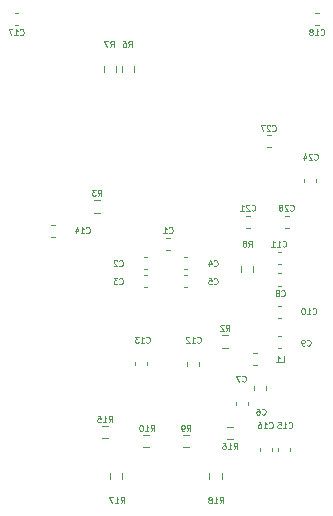
<source format=gbr>
%TF.GenerationSoftware,KiCad,Pcbnew,(5.1.9)-1*%
%TF.CreationDate,2021-03-06T18:52:22-05:00*%
%TF.ProjectId,final_design_v2,66696e61-6c5f-4646-9573-69676e5f7632,rev?*%
%TF.SameCoordinates,Original*%
%TF.FileFunction,Legend,Bot*%
%TF.FilePolarity,Positive*%
%FSLAX46Y46*%
G04 Gerber Fmt 4.6, Leading zero omitted, Abs format (unit mm)*
G04 Created by KiCad (PCBNEW (5.1.9)-1) date 2021-03-06 18:52:22*
%MOMM*%
%LPD*%
G01*
G04 APERTURE LIST*
%ADD10C,0.120000*%
%ADD11C,0.100000*%
G04 APERTURE END LIST*
D10*
%TO.C,C1*%
X149345433Y-102364000D02*
X149637967Y-102364000D01*
X149345433Y-101344000D02*
X149637967Y-101344000D01*
%TO.C,C2*%
X147415033Y-102918800D02*
X147707567Y-102918800D01*
X147415033Y-103938800D02*
X147707567Y-103938800D01*
%TO.C,C3*%
X147415033Y-105488200D02*
X147707567Y-105488200D01*
X147415033Y-104468200D02*
X147707567Y-104468200D01*
%TO.C,C4*%
X151111167Y-103938800D02*
X150818633Y-103938800D01*
X151111167Y-102918800D02*
X150818633Y-102918800D01*
%TO.C,C5*%
X151111167Y-104468200D02*
X150818633Y-104468200D01*
X151111167Y-105488200D02*
X150818633Y-105488200D01*
%TO.C,C6*%
X157824900Y-113899733D02*
X157824900Y-114192267D01*
X156804900Y-113899733D02*
X156804900Y-114192267D01*
%TO.C,C7*%
X156300900Y-115195133D02*
X156300900Y-115487667D01*
X155280900Y-115195133D02*
X155280900Y-115487667D01*
%TO.C,C8*%
X159058380Y-105374208D02*
X158765846Y-105374208D01*
X159058380Y-104354208D02*
X158765846Y-104354208D01*
%TO.C,C9*%
X159061367Y-109624400D02*
X158768833Y-109624400D01*
X159061367Y-110644400D02*
X158768833Y-110644400D01*
%TO.C,C10*%
X159061367Y-107084400D02*
X158768833Y-107084400D01*
X159061367Y-108104400D02*
X158768833Y-108104400D01*
%TO.C,C11*%
X159058380Y-103545408D02*
X158765846Y-103545408D01*
X159058380Y-102525408D02*
X158765846Y-102525408D01*
%TO.C,C12*%
X151064500Y-112160267D02*
X151064500Y-111867733D01*
X152084500Y-112160267D02*
X152084500Y-111867733D01*
%TO.C,C13*%
X147741100Y-112134867D02*
X147741100Y-111842333D01*
X146721100Y-112134867D02*
X146721100Y-111842333D01*
%TO.C,C14*%
X139884367Y-100226400D02*
X139591833Y-100226400D01*
X139884367Y-101246400D02*
X139591833Y-101246400D01*
%TO.C,C15*%
X158786100Y-119132133D02*
X158786100Y-119424667D01*
X159806100Y-119132133D02*
X159806100Y-119424667D01*
%TO.C,C16*%
X158282100Y-119132133D02*
X158282100Y-119424667D01*
X157262100Y-119132133D02*
X157262100Y-119424667D01*
%TO.C,C17*%
X136785567Y-83339400D02*
X136493033Y-83339400D01*
X136785567Y-82319400D02*
X136493033Y-82319400D01*
%TO.C,C18*%
X161943833Y-82319400D02*
X162236367Y-82319400D01*
X161943833Y-83339400D02*
X162236367Y-83339400D01*
%TO.C,C21*%
X156394367Y-100484400D02*
X156101833Y-100484400D01*
X156394367Y-99464400D02*
X156101833Y-99464400D01*
%TO.C,C24*%
X160970500Y-96348333D02*
X160970500Y-96640867D01*
X161990500Y-96348333D02*
X161990500Y-96640867D01*
%TO.C,C27*%
X157880933Y-92631800D02*
X158173467Y-92631800D01*
X157880933Y-93651800D02*
X158173467Y-93651800D01*
%TO.C,C28*%
X159403833Y-100484400D02*
X159696367Y-100484400D01*
X159403833Y-99464400D02*
X159696367Y-99464400D01*
%TO.C,L1*%
X156990867Y-111110300D02*
X156648333Y-111110300D01*
X156990867Y-112130300D02*
X156648333Y-112130300D01*
%TO.C,R2*%
X154037576Y-110631500D02*
X154547024Y-110631500D01*
X154037576Y-109586500D02*
X154547024Y-109586500D01*
%TO.C,R3*%
X143701224Y-99201500D02*
X143191776Y-99201500D01*
X143701224Y-98156500D02*
X143191776Y-98156500D01*
%TO.C,R6*%
X146610600Y-86765676D02*
X146610600Y-87275124D01*
X145565600Y-86765676D02*
X145565600Y-87275124D01*
%TO.C,R7*%
X144041600Y-86765676D02*
X144041600Y-87275124D01*
X145086600Y-86765676D02*
X145086600Y-87275124D01*
%TO.C,R8*%
X155671813Y-103695084D02*
X155671813Y-104204532D01*
X156716813Y-103695084D02*
X156716813Y-104204532D01*
%TO.C,R9*%
X150786376Y-119064300D02*
X151295824Y-119064300D01*
X150786376Y-118019300D02*
X151295824Y-118019300D01*
%TO.C,R10*%
X147408176Y-118019300D02*
X147917624Y-118019300D01*
X147408176Y-119064300D02*
X147917624Y-119064300D01*
%TO.C,R15*%
X144387024Y-117257300D02*
X143877576Y-117257300D01*
X144387024Y-118302300D02*
X143877576Y-118302300D01*
%TO.C,R16*%
X154469376Y-118378500D02*
X154978824Y-118378500D01*
X154469376Y-117333500D02*
X154978824Y-117333500D01*
%TO.C,R17*%
X144575000Y-121742924D02*
X144575000Y-121233476D01*
X145620000Y-121742924D02*
X145620000Y-121233476D01*
%TO.C,R18*%
X154027400Y-121717524D02*
X154027400Y-121208076D01*
X152982400Y-121717524D02*
X152982400Y-121208076D01*
%TO.C,C1*%
D11*
X149575033Y-100889571D02*
X149598842Y-100913380D01*
X149670271Y-100937190D01*
X149717890Y-100937190D01*
X149789319Y-100913380D01*
X149836938Y-100865761D01*
X149860747Y-100818142D01*
X149884557Y-100722904D01*
X149884557Y-100651476D01*
X149860747Y-100556238D01*
X149836938Y-100508619D01*
X149789319Y-100461000D01*
X149717890Y-100437190D01*
X149670271Y-100437190D01*
X149598842Y-100461000D01*
X149575033Y-100484809D01*
X149098842Y-100937190D02*
X149384557Y-100937190D01*
X149241700Y-100937190D02*
X149241700Y-100437190D01*
X149289319Y-100508619D01*
X149336938Y-100556238D01*
X149384557Y-100580047D01*
%TO.C,C2*%
X145371333Y-103683571D02*
X145395142Y-103707380D01*
X145466571Y-103731190D01*
X145514190Y-103731190D01*
X145585619Y-103707380D01*
X145633238Y-103659761D01*
X145657047Y-103612142D01*
X145680857Y-103516904D01*
X145680857Y-103445476D01*
X145657047Y-103350238D01*
X145633238Y-103302619D01*
X145585619Y-103255000D01*
X145514190Y-103231190D01*
X145466571Y-103231190D01*
X145395142Y-103255000D01*
X145371333Y-103278809D01*
X145180857Y-103278809D02*
X145157047Y-103255000D01*
X145109428Y-103231190D01*
X144990380Y-103231190D01*
X144942761Y-103255000D01*
X144918952Y-103278809D01*
X144895142Y-103326428D01*
X144895142Y-103374047D01*
X144918952Y-103445476D01*
X145204666Y-103731190D01*
X144895142Y-103731190D01*
%TO.C,C3*%
X145371333Y-105207571D02*
X145395142Y-105231380D01*
X145466571Y-105255190D01*
X145514190Y-105255190D01*
X145585619Y-105231380D01*
X145633238Y-105183761D01*
X145657047Y-105136142D01*
X145680857Y-105040904D01*
X145680857Y-104969476D01*
X145657047Y-104874238D01*
X145633238Y-104826619D01*
X145585619Y-104779000D01*
X145514190Y-104755190D01*
X145466571Y-104755190D01*
X145395142Y-104779000D01*
X145371333Y-104802809D01*
X145204666Y-104755190D02*
X144895142Y-104755190D01*
X145061809Y-104945666D01*
X144990380Y-104945666D01*
X144942761Y-104969476D01*
X144918952Y-104993285D01*
X144895142Y-105040904D01*
X144895142Y-105159952D01*
X144918952Y-105207571D01*
X144942761Y-105231380D01*
X144990380Y-105255190D01*
X145133238Y-105255190D01*
X145180857Y-105231380D01*
X145204666Y-105207571D01*
%TO.C,C4*%
X153372333Y-103683571D02*
X153396142Y-103707380D01*
X153467571Y-103731190D01*
X153515190Y-103731190D01*
X153586619Y-103707380D01*
X153634238Y-103659761D01*
X153658047Y-103612142D01*
X153681857Y-103516904D01*
X153681857Y-103445476D01*
X153658047Y-103350238D01*
X153634238Y-103302619D01*
X153586619Y-103255000D01*
X153515190Y-103231190D01*
X153467571Y-103231190D01*
X153396142Y-103255000D01*
X153372333Y-103278809D01*
X152943761Y-103397857D02*
X152943761Y-103731190D01*
X153062809Y-103207380D02*
X153181857Y-103564523D01*
X152872333Y-103564523D01*
%TO.C,C5*%
X153372333Y-105207571D02*
X153396142Y-105231380D01*
X153467571Y-105255190D01*
X153515190Y-105255190D01*
X153586619Y-105231380D01*
X153634238Y-105183761D01*
X153658047Y-105136142D01*
X153681857Y-105040904D01*
X153681857Y-104969476D01*
X153658047Y-104874238D01*
X153634238Y-104826619D01*
X153586619Y-104779000D01*
X153515190Y-104755190D01*
X153467571Y-104755190D01*
X153396142Y-104779000D01*
X153372333Y-104802809D01*
X152919952Y-104755190D02*
X153158047Y-104755190D01*
X153181857Y-104993285D01*
X153158047Y-104969476D01*
X153110428Y-104945666D01*
X152991380Y-104945666D01*
X152943761Y-104969476D01*
X152919952Y-104993285D01*
X152896142Y-105040904D01*
X152896142Y-105159952D01*
X152919952Y-105207571D01*
X152943761Y-105231380D01*
X152991380Y-105255190D01*
X153110428Y-105255190D01*
X153158047Y-105231380D01*
X153181857Y-105207571D01*
%TO.C,C6*%
X157436333Y-116256571D02*
X157460142Y-116280380D01*
X157531571Y-116304190D01*
X157579190Y-116304190D01*
X157650619Y-116280380D01*
X157698238Y-116232761D01*
X157722047Y-116185142D01*
X157745857Y-116089904D01*
X157745857Y-116018476D01*
X157722047Y-115923238D01*
X157698238Y-115875619D01*
X157650619Y-115828000D01*
X157579190Y-115804190D01*
X157531571Y-115804190D01*
X157460142Y-115828000D01*
X157436333Y-115851809D01*
X157007761Y-115804190D02*
X157103000Y-115804190D01*
X157150619Y-115828000D01*
X157174428Y-115851809D01*
X157222047Y-115923238D01*
X157245857Y-116018476D01*
X157245857Y-116208952D01*
X157222047Y-116256571D01*
X157198238Y-116280380D01*
X157150619Y-116304190D01*
X157055380Y-116304190D01*
X157007761Y-116280380D01*
X156983952Y-116256571D01*
X156960142Y-116208952D01*
X156960142Y-116089904D01*
X156983952Y-116042285D01*
X157007761Y-116018476D01*
X157055380Y-115994666D01*
X157150619Y-115994666D01*
X157198238Y-116018476D01*
X157222047Y-116042285D01*
X157245857Y-116089904D01*
%TO.C,C7*%
X155785333Y-113462571D02*
X155809142Y-113486380D01*
X155880571Y-113510190D01*
X155928190Y-113510190D01*
X155999619Y-113486380D01*
X156047238Y-113438761D01*
X156071047Y-113391142D01*
X156094857Y-113295904D01*
X156094857Y-113224476D01*
X156071047Y-113129238D01*
X156047238Y-113081619D01*
X155999619Y-113034000D01*
X155928190Y-113010190D01*
X155880571Y-113010190D01*
X155809142Y-113034000D01*
X155785333Y-113057809D01*
X155618666Y-113010190D02*
X155285333Y-113010190D01*
X155499619Y-113510190D01*
%TO.C,C8*%
X159087333Y-106223571D02*
X159111142Y-106247380D01*
X159182571Y-106271190D01*
X159230190Y-106271190D01*
X159301619Y-106247380D01*
X159349238Y-106199761D01*
X159373047Y-106152142D01*
X159396857Y-106056904D01*
X159396857Y-105985476D01*
X159373047Y-105890238D01*
X159349238Y-105842619D01*
X159301619Y-105795000D01*
X159230190Y-105771190D01*
X159182571Y-105771190D01*
X159111142Y-105795000D01*
X159087333Y-105818809D01*
X158801619Y-105985476D02*
X158849238Y-105961666D01*
X158873047Y-105937857D01*
X158896857Y-105890238D01*
X158896857Y-105866428D01*
X158873047Y-105818809D01*
X158849238Y-105795000D01*
X158801619Y-105771190D01*
X158706380Y-105771190D01*
X158658761Y-105795000D01*
X158634952Y-105818809D01*
X158611142Y-105866428D01*
X158611142Y-105890238D01*
X158634952Y-105937857D01*
X158658761Y-105961666D01*
X158706380Y-105985476D01*
X158801619Y-105985476D01*
X158849238Y-106009285D01*
X158873047Y-106033095D01*
X158896857Y-106080714D01*
X158896857Y-106175952D01*
X158873047Y-106223571D01*
X158849238Y-106247380D01*
X158801619Y-106271190D01*
X158706380Y-106271190D01*
X158658761Y-106247380D01*
X158634952Y-106223571D01*
X158611142Y-106175952D01*
X158611142Y-106080714D01*
X158634952Y-106033095D01*
X158658761Y-106009285D01*
X158706380Y-105985476D01*
%TO.C,C9*%
X161246333Y-110414571D02*
X161270142Y-110438380D01*
X161341571Y-110462190D01*
X161389190Y-110462190D01*
X161460619Y-110438380D01*
X161508238Y-110390761D01*
X161532047Y-110343142D01*
X161555857Y-110247904D01*
X161555857Y-110176476D01*
X161532047Y-110081238D01*
X161508238Y-110033619D01*
X161460619Y-109986000D01*
X161389190Y-109962190D01*
X161341571Y-109962190D01*
X161270142Y-109986000D01*
X161246333Y-110009809D01*
X161008238Y-110462190D02*
X160913000Y-110462190D01*
X160865380Y-110438380D01*
X160841571Y-110414571D01*
X160793952Y-110343142D01*
X160770142Y-110247904D01*
X160770142Y-110057428D01*
X160793952Y-110009809D01*
X160817761Y-109986000D01*
X160865380Y-109962190D01*
X160960619Y-109962190D01*
X161008238Y-109986000D01*
X161032047Y-110009809D01*
X161055857Y-110057428D01*
X161055857Y-110176476D01*
X161032047Y-110224095D01*
X161008238Y-110247904D01*
X160960619Y-110271714D01*
X160865380Y-110271714D01*
X160817761Y-110247904D01*
X160793952Y-110224095D01*
X160770142Y-110176476D01*
%TO.C,C10*%
X161738428Y-107747571D02*
X161762238Y-107771380D01*
X161833666Y-107795190D01*
X161881285Y-107795190D01*
X161952714Y-107771380D01*
X162000333Y-107723761D01*
X162024142Y-107676142D01*
X162047952Y-107580904D01*
X162047952Y-107509476D01*
X162024142Y-107414238D01*
X162000333Y-107366619D01*
X161952714Y-107319000D01*
X161881285Y-107295190D01*
X161833666Y-107295190D01*
X161762238Y-107319000D01*
X161738428Y-107342809D01*
X161262238Y-107795190D02*
X161547952Y-107795190D01*
X161405095Y-107795190D02*
X161405095Y-107295190D01*
X161452714Y-107366619D01*
X161500333Y-107414238D01*
X161547952Y-107438047D01*
X160952714Y-107295190D02*
X160905095Y-107295190D01*
X160857476Y-107319000D01*
X160833666Y-107342809D01*
X160809857Y-107390428D01*
X160786047Y-107485666D01*
X160786047Y-107604714D01*
X160809857Y-107699952D01*
X160833666Y-107747571D01*
X160857476Y-107771380D01*
X160905095Y-107795190D01*
X160952714Y-107795190D01*
X161000333Y-107771380D01*
X161024142Y-107747571D01*
X161047952Y-107699952D01*
X161071761Y-107604714D01*
X161071761Y-107485666D01*
X161047952Y-107390428D01*
X161024142Y-107342809D01*
X161000333Y-107319000D01*
X160952714Y-107295190D01*
%TO.C,C11*%
X159198428Y-102032571D02*
X159222238Y-102056380D01*
X159293666Y-102080190D01*
X159341285Y-102080190D01*
X159412714Y-102056380D01*
X159460333Y-102008761D01*
X159484142Y-101961142D01*
X159507952Y-101865904D01*
X159507952Y-101794476D01*
X159484142Y-101699238D01*
X159460333Y-101651619D01*
X159412714Y-101604000D01*
X159341285Y-101580190D01*
X159293666Y-101580190D01*
X159222238Y-101604000D01*
X159198428Y-101627809D01*
X158722238Y-102080190D02*
X159007952Y-102080190D01*
X158865095Y-102080190D02*
X158865095Y-101580190D01*
X158912714Y-101651619D01*
X158960333Y-101699238D01*
X159007952Y-101723047D01*
X158246047Y-102080190D02*
X158531761Y-102080190D01*
X158388904Y-102080190D02*
X158388904Y-101580190D01*
X158436523Y-101651619D01*
X158484142Y-101699238D01*
X158531761Y-101723047D01*
%TO.C,C12*%
X151959428Y-110160571D02*
X151983238Y-110184380D01*
X152054666Y-110208190D01*
X152102285Y-110208190D01*
X152173714Y-110184380D01*
X152221333Y-110136761D01*
X152245142Y-110089142D01*
X152268952Y-109993904D01*
X152268952Y-109922476D01*
X152245142Y-109827238D01*
X152221333Y-109779619D01*
X152173714Y-109732000D01*
X152102285Y-109708190D01*
X152054666Y-109708190D01*
X151983238Y-109732000D01*
X151959428Y-109755809D01*
X151483238Y-110208190D02*
X151768952Y-110208190D01*
X151626095Y-110208190D02*
X151626095Y-109708190D01*
X151673714Y-109779619D01*
X151721333Y-109827238D01*
X151768952Y-109851047D01*
X151292761Y-109755809D02*
X151268952Y-109732000D01*
X151221333Y-109708190D01*
X151102285Y-109708190D01*
X151054666Y-109732000D01*
X151030857Y-109755809D01*
X151007047Y-109803428D01*
X151007047Y-109851047D01*
X151030857Y-109922476D01*
X151316571Y-110208190D01*
X151007047Y-110208190D01*
%TO.C,C13*%
X147641428Y-110160571D02*
X147665238Y-110184380D01*
X147736666Y-110208190D01*
X147784285Y-110208190D01*
X147855714Y-110184380D01*
X147903333Y-110136761D01*
X147927142Y-110089142D01*
X147950952Y-109993904D01*
X147950952Y-109922476D01*
X147927142Y-109827238D01*
X147903333Y-109779619D01*
X147855714Y-109732000D01*
X147784285Y-109708190D01*
X147736666Y-109708190D01*
X147665238Y-109732000D01*
X147641428Y-109755809D01*
X147165238Y-110208190D02*
X147450952Y-110208190D01*
X147308095Y-110208190D02*
X147308095Y-109708190D01*
X147355714Y-109779619D01*
X147403333Y-109827238D01*
X147450952Y-109851047D01*
X146998571Y-109708190D02*
X146689047Y-109708190D01*
X146855714Y-109898666D01*
X146784285Y-109898666D01*
X146736666Y-109922476D01*
X146712857Y-109946285D01*
X146689047Y-109993904D01*
X146689047Y-110112952D01*
X146712857Y-110160571D01*
X146736666Y-110184380D01*
X146784285Y-110208190D01*
X146927142Y-110208190D01*
X146974761Y-110184380D01*
X146998571Y-110160571D01*
%TO.C,C14*%
X142561428Y-100889571D02*
X142585238Y-100913380D01*
X142656666Y-100937190D01*
X142704285Y-100937190D01*
X142775714Y-100913380D01*
X142823333Y-100865761D01*
X142847142Y-100818142D01*
X142870952Y-100722904D01*
X142870952Y-100651476D01*
X142847142Y-100556238D01*
X142823333Y-100508619D01*
X142775714Y-100461000D01*
X142704285Y-100437190D01*
X142656666Y-100437190D01*
X142585238Y-100461000D01*
X142561428Y-100484809D01*
X142085238Y-100937190D02*
X142370952Y-100937190D01*
X142228095Y-100937190D02*
X142228095Y-100437190D01*
X142275714Y-100508619D01*
X142323333Y-100556238D01*
X142370952Y-100580047D01*
X141656666Y-100603857D02*
X141656666Y-100937190D01*
X141775714Y-100413380D02*
X141894761Y-100770523D01*
X141585238Y-100770523D01*
%TO.C,C15*%
X159706428Y-117399571D02*
X159730238Y-117423380D01*
X159801666Y-117447190D01*
X159849285Y-117447190D01*
X159920714Y-117423380D01*
X159968333Y-117375761D01*
X159992142Y-117328142D01*
X160015952Y-117232904D01*
X160015952Y-117161476D01*
X159992142Y-117066238D01*
X159968333Y-117018619D01*
X159920714Y-116971000D01*
X159849285Y-116947190D01*
X159801666Y-116947190D01*
X159730238Y-116971000D01*
X159706428Y-116994809D01*
X159230238Y-117447190D02*
X159515952Y-117447190D01*
X159373095Y-117447190D02*
X159373095Y-116947190D01*
X159420714Y-117018619D01*
X159468333Y-117066238D01*
X159515952Y-117090047D01*
X158777857Y-116947190D02*
X159015952Y-116947190D01*
X159039761Y-117185285D01*
X159015952Y-117161476D01*
X158968333Y-117137666D01*
X158849285Y-117137666D01*
X158801666Y-117161476D01*
X158777857Y-117185285D01*
X158754047Y-117232904D01*
X158754047Y-117351952D01*
X158777857Y-117399571D01*
X158801666Y-117423380D01*
X158849285Y-117447190D01*
X158968333Y-117447190D01*
X159015952Y-117423380D01*
X159039761Y-117399571D01*
%TO.C,C16*%
X158055428Y-117399571D02*
X158079238Y-117423380D01*
X158150666Y-117447190D01*
X158198285Y-117447190D01*
X158269714Y-117423380D01*
X158317333Y-117375761D01*
X158341142Y-117328142D01*
X158364952Y-117232904D01*
X158364952Y-117161476D01*
X158341142Y-117066238D01*
X158317333Y-117018619D01*
X158269714Y-116971000D01*
X158198285Y-116947190D01*
X158150666Y-116947190D01*
X158079238Y-116971000D01*
X158055428Y-116994809D01*
X157579238Y-117447190D02*
X157864952Y-117447190D01*
X157722095Y-117447190D02*
X157722095Y-116947190D01*
X157769714Y-117018619D01*
X157817333Y-117066238D01*
X157864952Y-117090047D01*
X157150666Y-116947190D02*
X157245904Y-116947190D01*
X157293523Y-116971000D01*
X157317333Y-116994809D01*
X157364952Y-117066238D01*
X157388761Y-117161476D01*
X157388761Y-117351952D01*
X157364952Y-117399571D01*
X157341142Y-117423380D01*
X157293523Y-117447190D01*
X157198285Y-117447190D01*
X157150666Y-117423380D01*
X157126857Y-117399571D01*
X157103047Y-117351952D01*
X157103047Y-117232904D01*
X157126857Y-117185285D01*
X157150666Y-117161476D01*
X157198285Y-117137666D01*
X157293523Y-117137666D01*
X157341142Y-117161476D01*
X157364952Y-117185285D01*
X157388761Y-117232904D01*
%TO.C,C17*%
X136960728Y-84125571D02*
X136984538Y-84149380D01*
X137055966Y-84173190D01*
X137103585Y-84173190D01*
X137175014Y-84149380D01*
X137222633Y-84101761D01*
X137246442Y-84054142D01*
X137270252Y-83958904D01*
X137270252Y-83887476D01*
X137246442Y-83792238D01*
X137222633Y-83744619D01*
X137175014Y-83697000D01*
X137103585Y-83673190D01*
X137055966Y-83673190D01*
X136984538Y-83697000D01*
X136960728Y-83720809D01*
X136484538Y-84173190D02*
X136770252Y-84173190D01*
X136627395Y-84173190D02*
X136627395Y-83673190D01*
X136675014Y-83744619D01*
X136722633Y-83792238D01*
X136770252Y-83816047D01*
X136317871Y-83673190D02*
X135984538Y-83673190D01*
X136198823Y-84173190D01*
%TO.C,C18*%
X162411528Y-84125571D02*
X162435338Y-84149380D01*
X162506766Y-84173190D01*
X162554385Y-84173190D01*
X162625814Y-84149380D01*
X162673433Y-84101761D01*
X162697242Y-84054142D01*
X162721052Y-83958904D01*
X162721052Y-83887476D01*
X162697242Y-83792238D01*
X162673433Y-83744619D01*
X162625814Y-83697000D01*
X162554385Y-83673190D01*
X162506766Y-83673190D01*
X162435338Y-83697000D01*
X162411528Y-83720809D01*
X161935338Y-84173190D02*
X162221052Y-84173190D01*
X162078195Y-84173190D02*
X162078195Y-83673190D01*
X162125814Y-83744619D01*
X162173433Y-83792238D01*
X162221052Y-83816047D01*
X161649623Y-83887476D02*
X161697242Y-83863666D01*
X161721052Y-83839857D01*
X161744861Y-83792238D01*
X161744861Y-83768428D01*
X161721052Y-83720809D01*
X161697242Y-83697000D01*
X161649623Y-83673190D01*
X161554385Y-83673190D01*
X161506766Y-83697000D01*
X161482957Y-83720809D01*
X161459147Y-83768428D01*
X161459147Y-83792238D01*
X161482957Y-83839857D01*
X161506766Y-83863666D01*
X161554385Y-83887476D01*
X161649623Y-83887476D01*
X161697242Y-83911285D01*
X161721052Y-83935095D01*
X161744861Y-83982714D01*
X161744861Y-84077952D01*
X161721052Y-84125571D01*
X161697242Y-84149380D01*
X161649623Y-84173190D01*
X161554385Y-84173190D01*
X161506766Y-84149380D01*
X161482957Y-84125571D01*
X161459147Y-84077952D01*
X161459147Y-83982714D01*
X161482957Y-83935095D01*
X161506766Y-83911285D01*
X161554385Y-83887476D01*
%TO.C,C21*%
X156569528Y-98984571D02*
X156593338Y-99008380D01*
X156664766Y-99032190D01*
X156712385Y-99032190D01*
X156783814Y-99008380D01*
X156831433Y-98960761D01*
X156855242Y-98913142D01*
X156879052Y-98817904D01*
X156879052Y-98746476D01*
X156855242Y-98651238D01*
X156831433Y-98603619D01*
X156783814Y-98556000D01*
X156712385Y-98532190D01*
X156664766Y-98532190D01*
X156593338Y-98556000D01*
X156569528Y-98579809D01*
X156379052Y-98579809D02*
X156355242Y-98556000D01*
X156307623Y-98532190D01*
X156188576Y-98532190D01*
X156140957Y-98556000D01*
X156117147Y-98579809D01*
X156093338Y-98627428D01*
X156093338Y-98675047D01*
X156117147Y-98746476D01*
X156402861Y-99032190D01*
X156093338Y-99032190D01*
X155617147Y-99032190D02*
X155902861Y-99032190D01*
X155760004Y-99032190D02*
X155760004Y-98532190D01*
X155807623Y-98603619D01*
X155855242Y-98651238D01*
X155902861Y-98675047D01*
%TO.C,C24*%
X161865428Y-94666571D02*
X161889238Y-94690380D01*
X161960666Y-94714190D01*
X162008285Y-94714190D01*
X162079714Y-94690380D01*
X162127333Y-94642761D01*
X162151142Y-94595142D01*
X162174952Y-94499904D01*
X162174952Y-94428476D01*
X162151142Y-94333238D01*
X162127333Y-94285619D01*
X162079714Y-94238000D01*
X162008285Y-94214190D01*
X161960666Y-94214190D01*
X161889238Y-94238000D01*
X161865428Y-94261809D01*
X161674952Y-94261809D02*
X161651142Y-94238000D01*
X161603523Y-94214190D01*
X161484476Y-94214190D01*
X161436857Y-94238000D01*
X161413047Y-94261809D01*
X161389238Y-94309428D01*
X161389238Y-94357047D01*
X161413047Y-94428476D01*
X161698761Y-94714190D01*
X161389238Y-94714190D01*
X160960666Y-94380857D02*
X160960666Y-94714190D01*
X161079714Y-94190380D02*
X161198761Y-94547523D01*
X160889238Y-94547523D01*
%TO.C,C27*%
X158309428Y-92253571D02*
X158333238Y-92277380D01*
X158404666Y-92301190D01*
X158452285Y-92301190D01*
X158523714Y-92277380D01*
X158571333Y-92229761D01*
X158595142Y-92182142D01*
X158618952Y-92086904D01*
X158618952Y-92015476D01*
X158595142Y-91920238D01*
X158571333Y-91872619D01*
X158523714Y-91825000D01*
X158452285Y-91801190D01*
X158404666Y-91801190D01*
X158333238Y-91825000D01*
X158309428Y-91848809D01*
X158118952Y-91848809D02*
X158095142Y-91825000D01*
X158047523Y-91801190D01*
X157928476Y-91801190D01*
X157880857Y-91825000D01*
X157857047Y-91848809D01*
X157833238Y-91896428D01*
X157833238Y-91944047D01*
X157857047Y-92015476D01*
X158142761Y-92301190D01*
X157833238Y-92301190D01*
X157666571Y-91801190D02*
X157333238Y-91801190D01*
X157547523Y-92301190D01*
%TO.C,C28*%
X159833428Y-98984571D02*
X159857238Y-99008380D01*
X159928666Y-99032190D01*
X159976285Y-99032190D01*
X160047714Y-99008380D01*
X160095333Y-98960761D01*
X160119142Y-98913142D01*
X160142952Y-98817904D01*
X160142952Y-98746476D01*
X160119142Y-98651238D01*
X160095333Y-98603619D01*
X160047714Y-98556000D01*
X159976285Y-98532190D01*
X159928666Y-98532190D01*
X159857238Y-98556000D01*
X159833428Y-98579809D01*
X159642952Y-98579809D02*
X159619142Y-98556000D01*
X159571523Y-98532190D01*
X159452476Y-98532190D01*
X159404857Y-98556000D01*
X159381047Y-98579809D01*
X159357238Y-98627428D01*
X159357238Y-98675047D01*
X159381047Y-98746476D01*
X159666761Y-99032190D01*
X159357238Y-99032190D01*
X159071523Y-98746476D02*
X159119142Y-98722666D01*
X159142952Y-98698857D01*
X159166761Y-98651238D01*
X159166761Y-98627428D01*
X159142952Y-98579809D01*
X159119142Y-98556000D01*
X159071523Y-98532190D01*
X158976285Y-98532190D01*
X158928666Y-98556000D01*
X158904857Y-98579809D01*
X158881047Y-98627428D01*
X158881047Y-98651238D01*
X158904857Y-98698857D01*
X158928666Y-98722666D01*
X158976285Y-98746476D01*
X159071523Y-98746476D01*
X159119142Y-98770285D01*
X159142952Y-98794095D01*
X159166761Y-98841714D01*
X159166761Y-98936952D01*
X159142952Y-98984571D01*
X159119142Y-99008380D01*
X159071523Y-99032190D01*
X158976285Y-99032190D01*
X158928666Y-99008380D01*
X158904857Y-98984571D01*
X158881047Y-98936952D01*
X158881047Y-98841714D01*
X158904857Y-98794095D01*
X158928666Y-98770285D01*
X158976285Y-98746476D01*
%TO.C,L1*%
X159087333Y-111859190D02*
X159325428Y-111859190D01*
X159325428Y-111359190D01*
X158658761Y-111859190D02*
X158944476Y-111859190D01*
X158801619Y-111859190D02*
X158801619Y-111359190D01*
X158849238Y-111430619D01*
X158896857Y-111478238D01*
X158944476Y-111502047D01*
%TO.C,R2*%
X154388333Y-109192190D02*
X154555000Y-108954095D01*
X154674047Y-109192190D02*
X154674047Y-108692190D01*
X154483571Y-108692190D01*
X154435952Y-108716000D01*
X154412142Y-108739809D01*
X154388333Y-108787428D01*
X154388333Y-108858857D01*
X154412142Y-108906476D01*
X154435952Y-108930285D01*
X154483571Y-108954095D01*
X154674047Y-108954095D01*
X154197857Y-108739809D02*
X154174047Y-108716000D01*
X154126428Y-108692190D01*
X154007380Y-108692190D01*
X153959761Y-108716000D01*
X153935952Y-108739809D01*
X153912142Y-108787428D01*
X153912142Y-108835047D01*
X153935952Y-108906476D01*
X154221666Y-109192190D01*
X153912142Y-109192190D01*
%TO.C,R3*%
X143529833Y-97762190D02*
X143696500Y-97524095D01*
X143815547Y-97762190D02*
X143815547Y-97262190D01*
X143625071Y-97262190D01*
X143577452Y-97286000D01*
X143553642Y-97309809D01*
X143529833Y-97357428D01*
X143529833Y-97428857D01*
X143553642Y-97476476D01*
X143577452Y-97500285D01*
X143625071Y-97524095D01*
X143815547Y-97524095D01*
X143363166Y-97262190D02*
X143053642Y-97262190D01*
X143220309Y-97452666D01*
X143148880Y-97452666D01*
X143101261Y-97476476D01*
X143077452Y-97500285D01*
X143053642Y-97547904D01*
X143053642Y-97666952D01*
X143077452Y-97714571D01*
X143101261Y-97738380D01*
X143148880Y-97762190D01*
X143291738Y-97762190D01*
X143339357Y-97738380D01*
X143363166Y-97714571D01*
%TO.C,R6*%
X146133333Y-85189190D02*
X146300000Y-84951095D01*
X146419047Y-85189190D02*
X146419047Y-84689190D01*
X146228571Y-84689190D01*
X146180952Y-84713000D01*
X146157142Y-84736809D01*
X146133333Y-84784428D01*
X146133333Y-84855857D01*
X146157142Y-84903476D01*
X146180952Y-84927285D01*
X146228571Y-84951095D01*
X146419047Y-84951095D01*
X145704761Y-84689190D02*
X145800000Y-84689190D01*
X145847619Y-84713000D01*
X145871428Y-84736809D01*
X145919047Y-84808238D01*
X145942857Y-84903476D01*
X145942857Y-85093952D01*
X145919047Y-85141571D01*
X145895238Y-85165380D01*
X145847619Y-85189190D01*
X145752380Y-85189190D01*
X145704761Y-85165380D01*
X145680952Y-85141571D01*
X145657142Y-85093952D01*
X145657142Y-84974904D01*
X145680952Y-84927285D01*
X145704761Y-84903476D01*
X145752380Y-84879666D01*
X145847619Y-84879666D01*
X145895238Y-84903476D01*
X145919047Y-84927285D01*
X145942857Y-84974904D01*
%TO.C,R7*%
X144609333Y-85189190D02*
X144776000Y-84951095D01*
X144895047Y-85189190D02*
X144895047Y-84689190D01*
X144704571Y-84689190D01*
X144656952Y-84713000D01*
X144633142Y-84736809D01*
X144609333Y-84784428D01*
X144609333Y-84855857D01*
X144633142Y-84903476D01*
X144656952Y-84927285D01*
X144704571Y-84951095D01*
X144895047Y-84951095D01*
X144442666Y-84689190D02*
X144109333Y-84689190D01*
X144323619Y-85189190D01*
%TO.C,R8*%
X156293333Y-102080190D02*
X156460000Y-101842095D01*
X156579047Y-102080190D02*
X156579047Y-101580190D01*
X156388571Y-101580190D01*
X156340952Y-101604000D01*
X156317142Y-101627809D01*
X156293333Y-101675428D01*
X156293333Y-101746857D01*
X156317142Y-101794476D01*
X156340952Y-101818285D01*
X156388571Y-101842095D01*
X156579047Y-101842095D01*
X156007619Y-101794476D02*
X156055238Y-101770666D01*
X156079047Y-101746857D01*
X156102857Y-101699238D01*
X156102857Y-101675428D01*
X156079047Y-101627809D01*
X156055238Y-101604000D01*
X156007619Y-101580190D01*
X155912380Y-101580190D01*
X155864761Y-101604000D01*
X155840952Y-101627809D01*
X155817142Y-101675428D01*
X155817142Y-101699238D01*
X155840952Y-101746857D01*
X155864761Y-101770666D01*
X155912380Y-101794476D01*
X156007619Y-101794476D01*
X156055238Y-101818285D01*
X156079047Y-101842095D01*
X156102857Y-101889714D01*
X156102857Y-101984952D01*
X156079047Y-102032571D01*
X156055238Y-102056380D01*
X156007619Y-102080190D01*
X155912380Y-102080190D01*
X155864761Y-102056380D01*
X155840952Y-102032571D01*
X155817142Y-101984952D01*
X155817142Y-101889714D01*
X155840952Y-101842095D01*
X155864761Y-101818285D01*
X155912380Y-101794476D01*
%TO.C,R9*%
X151086333Y-117701190D02*
X151253000Y-117463095D01*
X151372047Y-117701190D02*
X151372047Y-117201190D01*
X151181571Y-117201190D01*
X151133952Y-117225000D01*
X151110142Y-117248809D01*
X151086333Y-117296428D01*
X151086333Y-117367857D01*
X151110142Y-117415476D01*
X151133952Y-117439285D01*
X151181571Y-117463095D01*
X151372047Y-117463095D01*
X150848238Y-117701190D02*
X150753000Y-117701190D01*
X150705380Y-117677380D01*
X150681571Y-117653571D01*
X150633952Y-117582142D01*
X150610142Y-117486904D01*
X150610142Y-117296428D01*
X150633952Y-117248809D01*
X150657761Y-117225000D01*
X150705380Y-117201190D01*
X150800619Y-117201190D01*
X150848238Y-117225000D01*
X150872047Y-117248809D01*
X150895857Y-117296428D01*
X150895857Y-117415476D01*
X150872047Y-117463095D01*
X150848238Y-117486904D01*
X150800619Y-117510714D01*
X150705380Y-117510714D01*
X150657761Y-117486904D01*
X150633952Y-117463095D01*
X150610142Y-117415476D01*
%TO.C,R10*%
X148022428Y-117701190D02*
X148189095Y-117463095D01*
X148308142Y-117701190D02*
X148308142Y-117201190D01*
X148117666Y-117201190D01*
X148070047Y-117225000D01*
X148046238Y-117248809D01*
X148022428Y-117296428D01*
X148022428Y-117367857D01*
X148046238Y-117415476D01*
X148070047Y-117439285D01*
X148117666Y-117463095D01*
X148308142Y-117463095D01*
X147546238Y-117701190D02*
X147831952Y-117701190D01*
X147689095Y-117701190D02*
X147689095Y-117201190D01*
X147736714Y-117272619D01*
X147784333Y-117320238D01*
X147831952Y-117344047D01*
X147236714Y-117201190D02*
X147189095Y-117201190D01*
X147141476Y-117225000D01*
X147117666Y-117248809D01*
X147093857Y-117296428D01*
X147070047Y-117391666D01*
X147070047Y-117510714D01*
X147093857Y-117605952D01*
X147117666Y-117653571D01*
X147141476Y-117677380D01*
X147189095Y-117701190D01*
X147236714Y-117701190D01*
X147284333Y-117677380D01*
X147308142Y-117653571D01*
X147331952Y-117605952D01*
X147355761Y-117510714D01*
X147355761Y-117391666D01*
X147331952Y-117296428D01*
X147308142Y-117248809D01*
X147284333Y-117225000D01*
X147236714Y-117201190D01*
%TO.C,R15*%
X144453728Y-116939190D02*
X144620395Y-116701095D01*
X144739442Y-116939190D02*
X144739442Y-116439190D01*
X144548966Y-116439190D01*
X144501347Y-116463000D01*
X144477538Y-116486809D01*
X144453728Y-116534428D01*
X144453728Y-116605857D01*
X144477538Y-116653476D01*
X144501347Y-116677285D01*
X144548966Y-116701095D01*
X144739442Y-116701095D01*
X143977538Y-116939190D02*
X144263252Y-116939190D01*
X144120395Y-116939190D02*
X144120395Y-116439190D01*
X144168014Y-116510619D01*
X144215633Y-116558238D01*
X144263252Y-116582047D01*
X143525157Y-116439190D02*
X143763252Y-116439190D01*
X143787061Y-116677285D01*
X143763252Y-116653476D01*
X143715633Y-116629666D01*
X143596585Y-116629666D01*
X143548966Y-116653476D01*
X143525157Y-116677285D01*
X143501347Y-116724904D01*
X143501347Y-116843952D01*
X143525157Y-116891571D01*
X143548966Y-116915380D01*
X143596585Y-116939190D01*
X143715633Y-116939190D01*
X143763252Y-116915380D01*
X143787061Y-116891571D01*
%TO.C,R16*%
X155045528Y-119225190D02*
X155212195Y-118987095D01*
X155331242Y-119225190D02*
X155331242Y-118725190D01*
X155140766Y-118725190D01*
X155093147Y-118749000D01*
X155069338Y-118772809D01*
X155045528Y-118820428D01*
X155045528Y-118891857D01*
X155069338Y-118939476D01*
X155093147Y-118963285D01*
X155140766Y-118987095D01*
X155331242Y-118987095D01*
X154569338Y-119225190D02*
X154855052Y-119225190D01*
X154712195Y-119225190D02*
X154712195Y-118725190D01*
X154759814Y-118796619D01*
X154807433Y-118844238D01*
X154855052Y-118868047D01*
X154140766Y-118725190D02*
X154236004Y-118725190D01*
X154283623Y-118749000D01*
X154307433Y-118772809D01*
X154355052Y-118844238D01*
X154378861Y-118939476D01*
X154378861Y-119129952D01*
X154355052Y-119177571D01*
X154331242Y-119201380D01*
X154283623Y-119225190D01*
X154188385Y-119225190D01*
X154140766Y-119201380D01*
X154116957Y-119177571D01*
X154093147Y-119129952D01*
X154093147Y-119010904D01*
X154116957Y-118963285D01*
X154140766Y-118939476D01*
X154188385Y-118915666D01*
X154283623Y-118915666D01*
X154331242Y-118939476D01*
X154355052Y-118963285D01*
X154378861Y-119010904D01*
%TO.C,R17*%
X145482428Y-123797190D02*
X145649095Y-123559095D01*
X145768142Y-123797190D02*
X145768142Y-123297190D01*
X145577666Y-123297190D01*
X145530047Y-123321000D01*
X145506238Y-123344809D01*
X145482428Y-123392428D01*
X145482428Y-123463857D01*
X145506238Y-123511476D01*
X145530047Y-123535285D01*
X145577666Y-123559095D01*
X145768142Y-123559095D01*
X145006238Y-123797190D02*
X145291952Y-123797190D01*
X145149095Y-123797190D02*
X145149095Y-123297190D01*
X145196714Y-123368619D01*
X145244333Y-123416238D01*
X145291952Y-123440047D01*
X144839571Y-123297190D02*
X144506238Y-123297190D01*
X144720523Y-123797190D01*
%TO.C,R18*%
X153864428Y-123797190D02*
X154031095Y-123559095D01*
X154150142Y-123797190D02*
X154150142Y-123297190D01*
X153959666Y-123297190D01*
X153912047Y-123321000D01*
X153888238Y-123344809D01*
X153864428Y-123392428D01*
X153864428Y-123463857D01*
X153888238Y-123511476D01*
X153912047Y-123535285D01*
X153959666Y-123559095D01*
X154150142Y-123559095D01*
X153388238Y-123797190D02*
X153673952Y-123797190D01*
X153531095Y-123797190D02*
X153531095Y-123297190D01*
X153578714Y-123368619D01*
X153626333Y-123416238D01*
X153673952Y-123440047D01*
X153102523Y-123511476D02*
X153150142Y-123487666D01*
X153173952Y-123463857D01*
X153197761Y-123416238D01*
X153197761Y-123392428D01*
X153173952Y-123344809D01*
X153150142Y-123321000D01*
X153102523Y-123297190D01*
X153007285Y-123297190D01*
X152959666Y-123321000D01*
X152935857Y-123344809D01*
X152912047Y-123392428D01*
X152912047Y-123416238D01*
X152935857Y-123463857D01*
X152959666Y-123487666D01*
X153007285Y-123511476D01*
X153102523Y-123511476D01*
X153150142Y-123535285D01*
X153173952Y-123559095D01*
X153197761Y-123606714D01*
X153197761Y-123701952D01*
X153173952Y-123749571D01*
X153150142Y-123773380D01*
X153102523Y-123797190D01*
X153007285Y-123797190D01*
X152959666Y-123773380D01*
X152935857Y-123749571D01*
X152912047Y-123701952D01*
X152912047Y-123606714D01*
X152935857Y-123559095D01*
X152959666Y-123535285D01*
X153007285Y-123511476D01*
%TD*%
M02*

</source>
